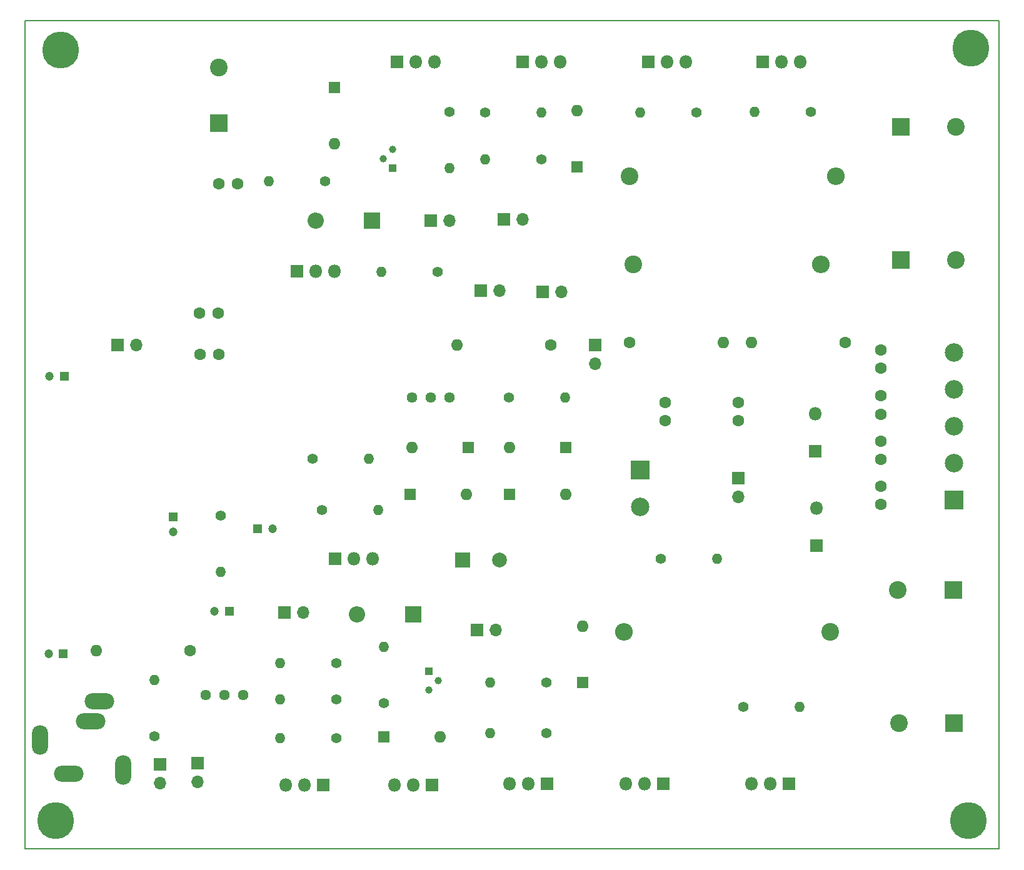
<source format=gbr>
G04 #@! TF.FileFunction,Copper,L2,Bot,Mixed*
%FSLAX46Y46*%
G04 Gerber Fmt 4.6, Leading zero omitted, Abs format (unit mm)*
G04 Created by KiCad (PCBNEW 4.0.7) date 06/25/19 11:17:45*
%MOMM*%
%LPD*%
G01*
G04 APERTURE LIST*
%ADD10C,0.100000*%
%ADD11C,0.150000*%
%ADD12R,1.200000X1.200000*%
%ADD13C,1.200000*%
%ADD14C,1.600000*%
%ADD15R,2.000000X2.000000*%
%ADD16C,2.000000*%
%ADD17R,2.400000X2.400000*%
%ADD18C,2.400000*%
%ADD19R,1.600000X1.600000*%
%ADD20O,1.600000X1.600000*%
%ADD21R,2.200000X2.200000*%
%ADD22O,2.200000X2.200000*%
%ADD23R,1.800000X1.800000*%
%ADD24O,1.800000X1.800000*%
%ADD25R,1.700000X1.700000*%
%ADD26O,1.700000X1.700000*%
%ADD27R,2.500000X2.500000*%
%ADD28C,2.500000*%
%ADD29C,1.440000*%
%ADD30C,1.000000*%
%ADD31R,1.000000X1.000000*%
%ADD32C,1.400000*%
%ADD33O,1.400000X1.400000*%
%ADD34O,4.000000X2.200000*%
%ADD35O,2.200000X4.000000*%
%ADD36O,2.400000X2.400000*%
%ADD37C,5.000000*%
G04 APERTURE END LIST*
D10*
D11*
X54864000Y-27432000D02*
X186817000Y-27432000D01*
X54864000Y-139573000D02*
X54864000Y-27432000D01*
X56007000Y-139573000D02*
X54864000Y-139573000D01*
X186817000Y-139573000D02*
X56007000Y-139573000D01*
X186817000Y-27432000D02*
X186817000Y-139573000D01*
D12*
X60071000Y-113157000D03*
D13*
X58071000Y-113157000D03*
D14*
X78613000Y-72644000D03*
X81113000Y-72644000D03*
D12*
X60198000Y-75565000D03*
D13*
X58198000Y-75565000D03*
D12*
X74930000Y-94615000D03*
D13*
X74930000Y-96615000D03*
D12*
X86360000Y-96266000D03*
D13*
X88360000Y-96266000D03*
D14*
X170815000Y-92964000D03*
X170815000Y-90464000D03*
X81153000Y-49530000D03*
X83653000Y-49530000D03*
D15*
X114173000Y-100457000D03*
D16*
X119173000Y-100457000D03*
D14*
X81026000Y-67056000D03*
X78526000Y-67056000D03*
D17*
X81153000Y-41275000D03*
D18*
X81153000Y-33775000D03*
D14*
X170815000Y-72009000D03*
X170815000Y-74509000D03*
D12*
X82550000Y-107442000D03*
D13*
X80550000Y-107442000D03*
D17*
X180594000Y-104521000D03*
D18*
X173094000Y-104521000D03*
D17*
X173482000Y-59817000D03*
D18*
X180982000Y-59817000D03*
D14*
X141605000Y-79121000D03*
X141605000Y-81621000D03*
D17*
X180721000Y-122555000D03*
D18*
X173221000Y-122555000D03*
D17*
X173482000Y-41783000D03*
D18*
X180982000Y-41783000D03*
D14*
X151511000Y-79121000D03*
X151511000Y-81621000D03*
X170815000Y-86868000D03*
X170815000Y-84368000D03*
X170815000Y-78232000D03*
X170815000Y-80732000D03*
D19*
X114935000Y-85217000D03*
D20*
X107315000Y-85217000D03*
D19*
X128143000Y-85217000D03*
D20*
X120523000Y-85217000D03*
D19*
X107061000Y-91567000D03*
D20*
X114681000Y-91567000D03*
D19*
X120523000Y-91567000D03*
D20*
X128143000Y-91567000D03*
D21*
X107442000Y-107823000D03*
D22*
X99822000Y-107823000D03*
D21*
X101854000Y-54483000D03*
D22*
X94234000Y-54483000D03*
D19*
X129667000Y-47244000D03*
D20*
X129667000Y-39624000D03*
D19*
X130429000Y-117094000D03*
D20*
X130429000Y-109474000D03*
D23*
X162052000Y-98552000D03*
D24*
X162052000Y-93472000D03*
D23*
X161925000Y-85725000D03*
D24*
X161925000Y-80645000D03*
D19*
X103505000Y-124460000D03*
D20*
X111125000Y-124460000D03*
D19*
X96774000Y-36449000D03*
D20*
X96774000Y-44069000D03*
D25*
X78232000Y-128016000D03*
D26*
X78232000Y-130556000D03*
D27*
X138176000Y-88265000D03*
D28*
X138176000Y-93265000D03*
X180721000Y-72329000D03*
X180721000Y-77329000D03*
X180721000Y-82329000D03*
D27*
X180721000Y-92329000D03*
D28*
X180721000Y-87329000D03*
D25*
X73152000Y-128143000D03*
D26*
X73152000Y-130683000D03*
D25*
X67437000Y-71374000D03*
D26*
X69977000Y-71374000D03*
D25*
X132080000Y-71374000D03*
D26*
X132080000Y-73914000D03*
D25*
X90043000Y-107569000D03*
D26*
X92583000Y-107569000D03*
D29*
X79375000Y-118745000D03*
X81915000Y-118745000D03*
X84455000Y-118745000D03*
X112395000Y-78486000D03*
X109855000Y-78486000D03*
X107315000Y-78486000D03*
D23*
X158369000Y-130810000D03*
D24*
X155829000Y-130810000D03*
X153289000Y-130810000D03*
D23*
X141351000Y-130810000D03*
D24*
X138811000Y-130810000D03*
X136271000Y-130810000D03*
D23*
X154813000Y-33020000D03*
D24*
X157353000Y-33020000D03*
X159893000Y-33020000D03*
D23*
X139319000Y-33020000D03*
D24*
X141859000Y-33020000D03*
X144399000Y-33020000D03*
D30*
X110871000Y-116840000D03*
X109601000Y-118110000D03*
D31*
X109601000Y-115570000D03*
D30*
X103378000Y-46101000D03*
X104648000Y-44831000D03*
D31*
X104648000Y-47371000D03*
D32*
X72390000Y-124333000D03*
D33*
X72390000Y-116713000D03*
D14*
X77216000Y-112776000D03*
D20*
X64516000Y-112776000D03*
D32*
X93853000Y-86741000D03*
D33*
X101473000Y-86741000D03*
D32*
X95123000Y-93726000D03*
D33*
X102743000Y-93726000D03*
D32*
X120396000Y-78486000D03*
D33*
X128016000Y-78486000D03*
D14*
X126111000Y-71374000D03*
D20*
X113411000Y-71374000D03*
D32*
X81407000Y-94488000D03*
D33*
X81407000Y-102108000D03*
D14*
X136779000Y-70993000D03*
D20*
X149479000Y-70993000D03*
D32*
X140970000Y-100330000D03*
D33*
X148590000Y-100330000D03*
D32*
X97028000Y-119380000D03*
D33*
X89408000Y-119380000D03*
D32*
X97028000Y-124587000D03*
D33*
X89408000Y-124587000D03*
D32*
X97028000Y-114427000D03*
D33*
X89408000Y-114427000D03*
D32*
X110744000Y-61468000D03*
D33*
X103124000Y-61468000D03*
D32*
X95504000Y-49149000D03*
D33*
X87884000Y-49149000D03*
D32*
X103505000Y-119888000D03*
D33*
X103505000Y-112268000D03*
D32*
X112395000Y-39751000D03*
D33*
X112395000Y-47371000D03*
D32*
X125476000Y-117094000D03*
D33*
X117856000Y-117094000D03*
D32*
X124841000Y-46228000D03*
D33*
X117221000Y-46228000D03*
D32*
X161290000Y-39751000D03*
D33*
X153670000Y-39751000D03*
D32*
X152146000Y-120396000D03*
D33*
X159766000Y-120396000D03*
D32*
X145796000Y-39878000D03*
D33*
X138176000Y-39878000D03*
D14*
X165989000Y-70993000D03*
D20*
X153289000Y-70993000D03*
D32*
X125476000Y-123952000D03*
D33*
X117856000Y-123952000D03*
D32*
X117221000Y-39878000D03*
D33*
X124841000Y-39878000D03*
D34*
X60833000Y-129413000D03*
D35*
X68133000Y-128913000D03*
D34*
X63733000Y-122313000D03*
X64933000Y-119613000D03*
D35*
X56933000Y-124813000D03*
D25*
X151511000Y-89408000D03*
D26*
X151511000Y-91948000D03*
D25*
X109855000Y-54483000D03*
D26*
X112395000Y-54483000D03*
D25*
X119761000Y-54356000D03*
D26*
X122301000Y-54356000D03*
D25*
X116078000Y-109982000D03*
D26*
X118618000Y-109982000D03*
D18*
X137287000Y-60452000D03*
D36*
X162687000Y-60452000D03*
D25*
X124968000Y-64135000D03*
D26*
X127508000Y-64135000D03*
D23*
X91694000Y-61341000D03*
D24*
X94234000Y-61341000D03*
X96774000Y-61341000D03*
D23*
X109982000Y-130937000D03*
D24*
X107442000Y-130937000D03*
X104902000Y-130937000D03*
D23*
X105283000Y-33020000D03*
D24*
X107823000Y-33020000D03*
X110363000Y-33020000D03*
D23*
X125603000Y-130810000D03*
D24*
X123063000Y-130810000D03*
X120523000Y-130810000D03*
D23*
X122301000Y-33020000D03*
D24*
X124841000Y-33020000D03*
X127381000Y-33020000D03*
D25*
X116586000Y-64008000D03*
D26*
X119126000Y-64008000D03*
D18*
X136779000Y-48514000D03*
D36*
X164719000Y-48514000D03*
D18*
X163957000Y-110236000D03*
D36*
X136017000Y-110236000D03*
D37*
X59690000Y-31369000D03*
X183007000Y-31115000D03*
X59055000Y-135763000D03*
X182626000Y-135763000D03*
D23*
X96901000Y-100330000D03*
D24*
X99441000Y-100330000D03*
X101981000Y-100330000D03*
D23*
X95250000Y-130937000D03*
D24*
X92710000Y-130937000D03*
X90170000Y-130937000D03*
M02*

</source>
